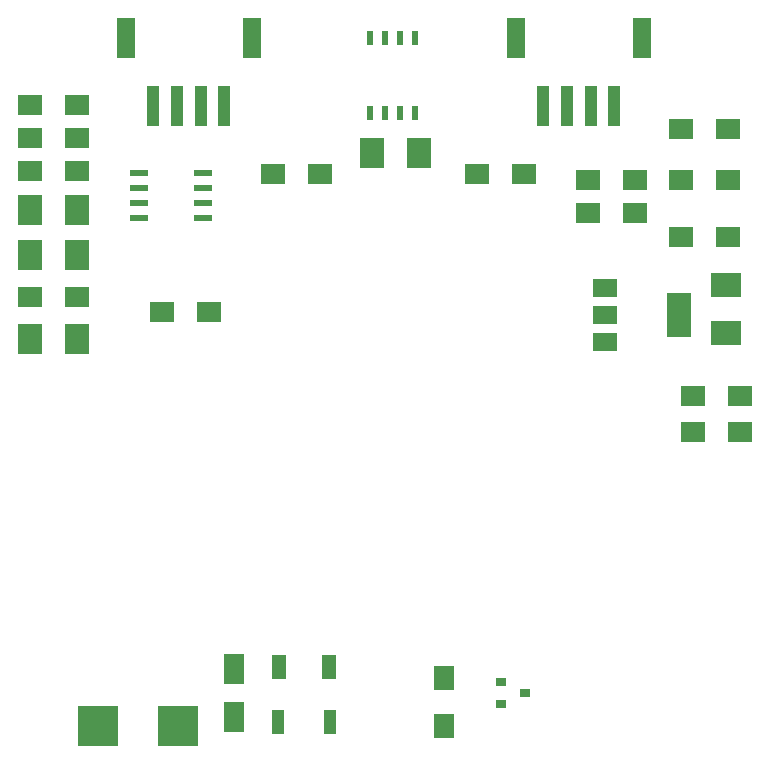
<source format=gtp>
G04 #@! TF.FileFunction,Paste,Top*
%FSLAX46Y46*%
G04 Gerber Fmt 4.6, Leading zero omitted, Abs format (unit mm)*
G04 Created by KiCad (PCBNEW 4.0.7) date 11/14/17 21:21:15*
%MOMM*%
%LPD*%
G01*
G04 APERTURE LIST*
%ADD10C,0.100000*%
%ADD11R,2.500000X2.000000*%
%ADD12R,2.000000X2.500000*%
%ADD13R,1.000000X3.500000*%
%ADD14R,1.500000X3.400000*%
%ADD15R,2.000000X1.700000*%
%ADD16R,1.700000X2.000000*%
%ADD17R,2.000000X3.800000*%
%ADD18R,2.000000X1.500000*%
%ADD19R,1.550000X0.600000*%
%ADD20R,0.900000X0.800000*%
%ADD21R,0.508000X1.143000*%
%ADD22R,1.800000X2.500000*%
%ADD23R,3.500000X3.500000*%
%ADD24R,1.300000X2.100000*%
%ADD25R,1.000000X2.000000*%
G04 APERTURE END LIST*
D10*
D11*
X166116000Y-83280000D03*
X166116000Y-79280000D03*
D12*
X107220000Y-76708000D03*
X111220000Y-76708000D03*
X111220000Y-83820000D03*
X107220000Y-83820000D03*
X111220000Y-72898000D03*
X107220000Y-72898000D03*
X140176000Y-68072000D03*
X136176000Y-68072000D03*
D13*
X123650000Y-64089000D03*
X121650000Y-64089000D03*
X119650000Y-64089000D03*
X117650000Y-64089000D03*
D14*
X126000000Y-58339000D03*
X115300000Y-58339000D03*
D15*
X163354000Y-91694000D03*
X167354000Y-91694000D03*
X118396000Y-81534000D03*
X122396000Y-81534000D03*
X111220000Y-80264000D03*
X107220000Y-80264000D03*
X111220000Y-69596000D03*
X107220000Y-69596000D03*
X107220000Y-66802000D03*
X111220000Y-66802000D03*
X111220000Y-64008000D03*
X107220000Y-64008000D03*
X127794000Y-69850000D03*
X131794000Y-69850000D03*
D16*
X142240000Y-112554000D03*
X142240000Y-116554000D03*
D15*
X145066000Y-69850000D03*
X149066000Y-69850000D03*
D17*
X162154000Y-81788000D03*
D18*
X155854000Y-81788000D03*
X155854000Y-84088000D03*
X155854000Y-79488000D03*
D19*
X116426000Y-69723000D03*
X116426000Y-70993000D03*
X116426000Y-72263000D03*
X116426000Y-73533000D03*
X121826000Y-73533000D03*
X121826000Y-72263000D03*
X121826000Y-70993000D03*
X121826000Y-69723000D03*
D20*
X147082000Y-112842000D03*
X147082000Y-114742000D03*
X149082000Y-113792000D03*
D15*
X154464000Y-70358000D03*
X158464000Y-70358000D03*
D21*
X139827000Y-64643000D03*
X138557000Y-64643000D03*
X137287000Y-64643000D03*
X136017000Y-64643000D03*
X136017000Y-58293000D03*
X137287000Y-58293000D03*
X138557000Y-58293000D03*
X139827000Y-58293000D03*
D13*
X156670000Y-64089000D03*
X154670000Y-64089000D03*
X152670000Y-64089000D03*
X150670000Y-64089000D03*
D14*
X159020000Y-58339000D03*
X148320000Y-58339000D03*
D15*
X158464000Y-73152000D03*
X154464000Y-73152000D03*
X162338000Y-70358000D03*
X166338000Y-70358000D03*
X167354000Y-88646000D03*
X163354000Y-88646000D03*
X166338000Y-66040000D03*
X162338000Y-66040000D03*
X166338000Y-75184000D03*
X162338000Y-75184000D03*
D22*
X124460000Y-115792000D03*
X124460000Y-111792000D03*
D23*
X112932000Y-116586000D03*
X119732000Y-116586000D03*
D24*
X128329000Y-111619000D03*
X132529000Y-111619000D03*
D25*
X128229000Y-116219000D03*
X132629000Y-116219000D03*
M02*

</source>
